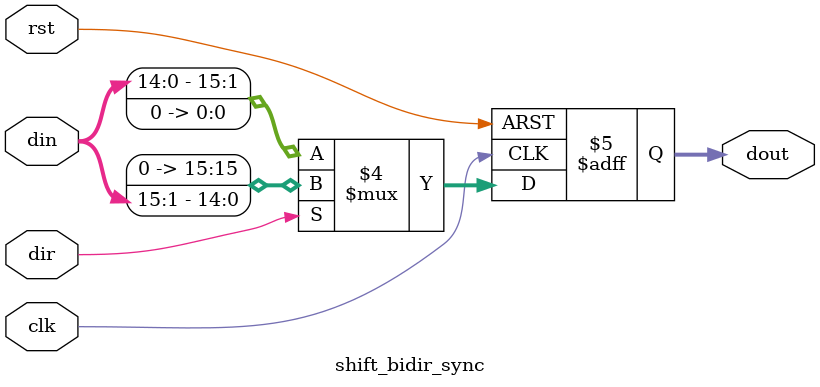
<source format=sv>
module shift_bidir_sync #(parameter WIDTH=16) (
    input clk, rst,
    input dir,  // 0:left, 1:right
    input [WIDTH-1:0] din,
    output reg [WIDTH-1:0] dout
);
always @(posedge clk or posedge rst) begin
    if(rst) dout <= 0;
    else dout <= dir ? (din >> 1) : (din << 1);
end
endmodule
</source>
